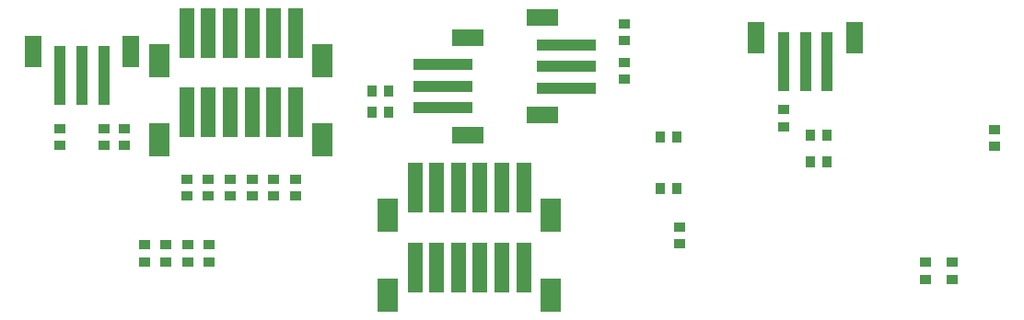
<source format=gbr>
%TF.GenerationSoftware,KiCad,Pcbnew,8.0.2*%
%TF.CreationDate,2025-04-19T09:34:17+08:00*%
%TF.ProjectId,ternel_handel,7465726e-656c-45f6-9861-6e64656c2e6b,rev?*%
%TF.SameCoordinates,PX5636500PY71de640*%
%TF.FileFunction,Paste,Top*%
%TF.FilePolarity,Positive*%
%FSLAX46Y46*%
G04 Gerber Fmt 4.6, Leading zero omitted, Abs format (unit mm)*
G04 Created by KiCad (PCBNEW 8.0.2) date 2025-04-19 09:34:17*
%MOMM*%
%LPD*%
G01*
G04 APERTURE LIST*
G04 Aperture macros list*
%AMRoundRect*
0 Rectangle with rounded corners*
0 $1 Rounding radius*
0 $2 $3 $4 $5 $6 $7 $8 $9 X,Y pos of 4 corners*
0 Add a 4 corners polygon primitive as box body*
4,1,4,$2,$3,$4,$5,$6,$7,$8,$9,$2,$3,0*
0 Add four circle primitives for the rounded corners*
1,1,$1+$1,$2,$3*
1,1,$1+$1,$4,$5*
1,1,$1+$1,$6,$7*
1,1,$1+$1,$8,$9*
0 Add four rect primitives between the rounded corners*
20,1,$1+$1,$2,$3,$4,$5,0*
20,1,$1+$1,$4,$5,$6,$7,0*
20,1,$1+$1,$6,$7,$8,$9,0*
20,1,$1+$1,$8,$9,$2,$3,0*%
G04 Aperture macros list end*
%ADD10R,0.980000X0.930000*%
%ADD11R,0.930000X0.980000*%
%ADD12R,1.000000X5.500000*%
%ADD13R,1.600000X3.000000*%
%ADD14RoundRect,0.050000X-0.600000X-2.250000X0.600000X-2.250000X0.600000X2.250000X-0.600000X2.250000X0*%
%ADD15RoundRect,0.050000X-0.900000X-1.500000X0.900000X-1.500000X0.900000X1.500000X-0.900000X1.500000X0*%
%ADD16R,5.500000X1.000000*%
%ADD17R,3.000000X1.600000*%
G04 APERTURE END LIST*
D10*
%TO.C,C15*%
X23309900Y22500000D03*
X23309900Y24040000D03*
%TD*%
%TO.C,C3*%
X91600000Y27030000D03*
X91600000Y28570000D03*
%TD*%
D11*
%TO.C,C8*%
X35840000Y30220000D03*
X34300000Y30220000D03*
%TD*%
D10*
%TO.C,C19*%
X17400000Y16430000D03*
X17400000Y17970000D03*
%TD*%
%TO.C,C5*%
X72190000Y30420000D03*
X72190000Y28880000D03*
%TD*%
%TO.C,C4*%
X62600000Y19608000D03*
X62600000Y18068000D03*
%TD*%
%TO.C,C18*%
X19350000Y16430000D03*
X19350000Y17970000D03*
%TD*%
D12*
%TO.C,J1*%
X76190000Y34818500D03*
X74190000Y34818500D03*
X72190000Y34818500D03*
D13*
X69690000Y37068500D03*
X78690000Y37068500D03*
%TD*%
D10*
%TO.C,C10*%
X9680000Y28670000D03*
X9680000Y27130000D03*
%TD*%
D14*
%TO.C,P3*%
X38290000Y23220000D03*
X40290000Y23220000D03*
X42290000Y23220000D03*
X44290000Y23220000D03*
X46290000Y23220000D03*
X48290000Y23220000D03*
D15*
X50790100Y20670000D03*
X35790100Y20670000D03*
%TD*%
D10*
%TO.C,C7*%
X57550000Y33220000D03*
X57550000Y34760000D03*
%TD*%
%TO.C,C16*%
X25309900Y22500000D03*
X25309900Y24040000D03*
%TD*%
D16*
%TO.C,J3*%
X40858500Y30580000D03*
X40858500Y32580000D03*
X40858500Y34580000D03*
D17*
X43108500Y37080000D03*
X43108500Y28080000D03*
%TD*%
D11*
%TO.C,C23*%
X74630000Y28089000D03*
X76170000Y28089000D03*
%TD*%
%TO.C,C2*%
X62370000Y27900000D03*
X60830000Y27900000D03*
%TD*%
D10*
%TO.C,C6*%
X57550000Y38320000D03*
X57550000Y36780000D03*
%TD*%
%TO.C,C21*%
X13400000Y16430000D03*
X13400000Y17970000D03*
%TD*%
%TO.C,C14*%
X21309900Y22500000D03*
X21309900Y24040000D03*
%TD*%
%TO.C,C25*%
X11600000Y28670000D03*
X11600000Y27130000D03*
%TD*%
%TO.C,C17*%
X27309900Y22500000D03*
X27309900Y24040000D03*
%TD*%
D14*
%TO.C,P4*%
X38290000Y15860000D03*
X40290000Y15860000D03*
X42290000Y15860000D03*
X44290000Y15860000D03*
X46290000Y15860000D03*
X48290000Y15860000D03*
D15*
X50790100Y13310000D03*
X35790100Y13310000D03*
%TD*%
D11*
%TO.C,C24*%
X62350000Y23150000D03*
X60810000Y23150000D03*
%TD*%
D14*
%TO.C,P2*%
X17309900Y30225000D03*
X19309900Y30225000D03*
X21309900Y30225000D03*
X23309900Y30225000D03*
X25309900Y30225000D03*
X27309900Y30225000D03*
D15*
X29810000Y27675000D03*
X14810000Y27675000D03*
%TD*%
D11*
%TO.C,C1*%
X74630000Y25590000D03*
X76170000Y25590000D03*
%TD*%
D14*
%TO.C,P1*%
X17309900Y37505000D03*
X19309900Y37505000D03*
X21309900Y37505000D03*
X23309900Y37505000D03*
X25309900Y37505000D03*
X27309900Y37505000D03*
D15*
X29810000Y34955000D03*
X14810000Y34955000D03*
%TD*%
D10*
%TO.C,C13*%
X19309900Y22500000D03*
X19309900Y24040000D03*
%TD*%
%TO.C,C20*%
X15400000Y16430000D03*
X15400000Y17970000D03*
%TD*%
%TO.C,C26*%
X85206500Y14810000D03*
X85206500Y16350000D03*
%TD*%
%TO.C,C11*%
X5680000Y28670000D03*
X5680000Y27130000D03*
%TD*%
%TO.C,C22*%
X87706500Y14810000D03*
X87706500Y16350000D03*
%TD*%
D12*
%TO.C,J4*%
X9680000Y33548500D03*
X7680000Y33548500D03*
X5680000Y33548500D03*
D13*
X3180000Y35798500D03*
X12180000Y35798500D03*
%TD*%
D11*
%TO.C,C9*%
X35840000Y32120000D03*
X34300000Y32120000D03*
%TD*%
D10*
%TO.C,C12*%
X17309900Y22500000D03*
X17309900Y24040000D03*
%TD*%
D16*
%TO.C,J2*%
X52231500Y36400000D03*
X52231500Y34400000D03*
X52231500Y32400000D03*
D17*
X49981500Y29900000D03*
X49981500Y38900000D03*
%TD*%
M02*

</source>
